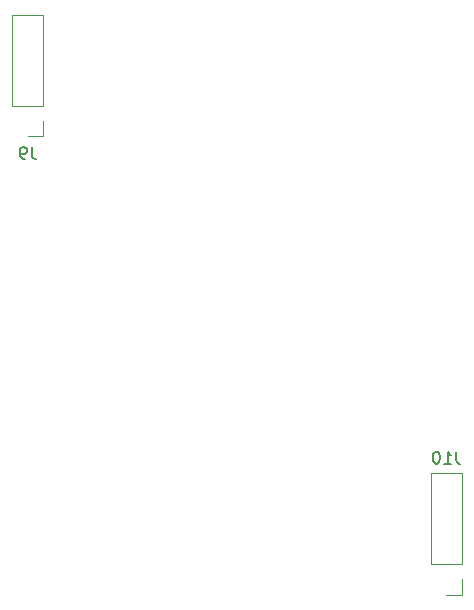
<source format=gbr>
%TF.GenerationSoftware,KiCad,Pcbnew,7.0.10*%
%TF.CreationDate,2024-02-20T21:55:09-06:00*%
%TF.ProjectId,Dual_VCA,4475616c-5f56-4434-912e-6b696361645f,rev?*%
%TF.SameCoordinates,Original*%
%TF.FileFunction,Legend,Bot*%
%TF.FilePolarity,Positive*%
%FSLAX46Y46*%
G04 Gerber Fmt 4.6, Leading zero omitted, Abs format (unit mm)*
G04 Created by KiCad (PCBNEW 7.0.10) date 2024-02-20 21:55:09*
%MOMM*%
%LPD*%
G01*
G04 APERTURE LIST*
%ADD10C,0.150000*%
%ADD11C,0.120000*%
G04 APERTURE END LIST*
D10*
X191869523Y-141948819D02*
X191869523Y-142663104D01*
X191869523Y-142663104D02*
X191917142Y-142805961D01*
X191917142Y-142805961D02*
X192012380Y-142901200D01*
X192012380Y-142901200D02*
X192155237Y-142948819D01*
X192155237Y-142948819D02*
X192250475Y-142948819D01*
X190869523Y-142948819D02*
X191440951Y-142948819D01*
X191155237Y-142948819D02*
X191155237Y-141948819D01*
X191155237Y-141948819D02*
X191250475Y-142091676D01*
X191250475Y-142091676D02*
X191345713Y-142186914D01*
X191345713Y-142186914D02*
X191440951Y-142234533D01*
X190250475Y-141948819D02*
X190155237Y-141948819D01*
X190155237Y-141948819D02*
X190059999Y-141996438D01*
X190059999Y-141996438D02*
X190012380Y-142044057D01*
X190012380Y-142044057D02*
X189964761Y-142139295D01*
X189964761Y-142139295D02*
X189917142Y-142329771D01*
X189917142Y-142329771D02*
X189917142Y-142567866D01*
X189917142Y-142567866D02*
X189964761Y-142758342D01*
X189964761Y-142758342D02*
X190012380Y-142853580D01*
X190012380Y-142853580D02*
X190059999Y-142901200D01*
X190059999Y-142901200D02*
X190155237Y-142948819D01*
X190155237Y-142948819D02*
X190250475Y-142948819D01*
X190250475Y-142948819D02*
X190345713Y-142901200D01*
X190345713Y-142901200D02*
X190393332Y-142853580D01*
X190393332Y-142853580D02*
X190440951Y-142758342D01*
X190440951Y-142758342D02*
X190488570Y-142567866D01*
X190488570Y-142567866D02*
X190488570Y-142329771D01*
X190488570Y-142329771D02*
X190440951Y-142139295D01*
X190440951Y-142139295D02*
X190393332Y-142044057D01*
X190393332Y-142044057D02*
X190345713Y-141996438D01*
X190345713Y-141996438D02*
X190250475Y-141948819D01*
X155943333Y-116154819D02*
X155943333Y-116869104D01*
X155943333Y-116869104D02*
X155990952Y-117011961D01*
X155990952Y-117011961D02*
X156086190Y-117107200D01*
X156086190Y-117107200D02*
X156229047Y-117154819D01*
X156229047Y-117154819D02*
X156324285Y-117154819D01*
X155419523Y-117154819D02*
X155229047Y-117154819D01*
X155229047Y-117154819D02*
X155133809Y-117107200D01*
X155133809Y-117107200D02*
X155086190Y-117059580D01*
X155086190Y-117059580D02*
X154990952Y-116916723D01*
X154990952Y-116916723D02*
X154943333Y-116726247D01*
X154943333Y-116726247D02*
X154943333Y-116345295D01*
X154943333Y-116345295D02*
X154990952Y-116250057D01*
X154990952Y-116250057D02*
X155038571Y-116202438D01*
X155038571Y-116202438D02*
X155133809Y-116154819D01*
X155133809Y-116154819D02*
X155324285Y-116154819D01*
X155324285Y-116154819D02*
X155419523Y-116202438D01*
X155419523Y-116202438D02*
X155467142Y-116250057D01*
X155467142Y-116250057D02*
X155514761Y-116345295D01*
X155514761Y-116345295D02*
X155514761Y-116583390D01*
X155514761Y-116583390D02*
X155467142Y-116678628D01*
X155467142Y-116678628D02*
X155419523Y-116726247D01*
X155419523Y-116726247D02*
X155324285Y-116773866D01*
X155324285Y-116773866D02*
X155133809Y-116773866D01*
X155133809Y-116773866D02*
X155038571Y-116726247D01*
X155038571Y-116726247D02*
X154990952Y-116678628D01*
X154990952Y-116678628D02*
X154943333Y-116583390D01*
D11*
%TO.C,J10*%
X189730000Y-151460000D02*
X189730000Y-143780000D01*
X189730000Y-151460000D02*
X192390000Y-151460000D01*
X189730000Y-143780000D02*
X192390000Y-143780000D01*
X191060000Y-154060000D02*
X192390000Y-154060000D01*
X192390000Y-154060000D02*
X192390000Y-152730000D01*
X192390000Y-151460000D02*
X192390000Y-143780000D01*
%TO.C,J9*%
X154280000Y-112660000D02*
X154280000Y-104980000D01*
X154280000Y-112660000D02*
X156940000Y-112660000D01*
X154280000Y-104980000D02*
X156940000Y-104980000D01*
X155610000Y-115260000D02*
X156940000Y-115260000D01*
X156940000Y-115260000D02*
X156940000Y-113930000D01*
X156940000Y-112660000D02*
X156940000Y-104980000D01*
%TD*%
M02*

</source>
